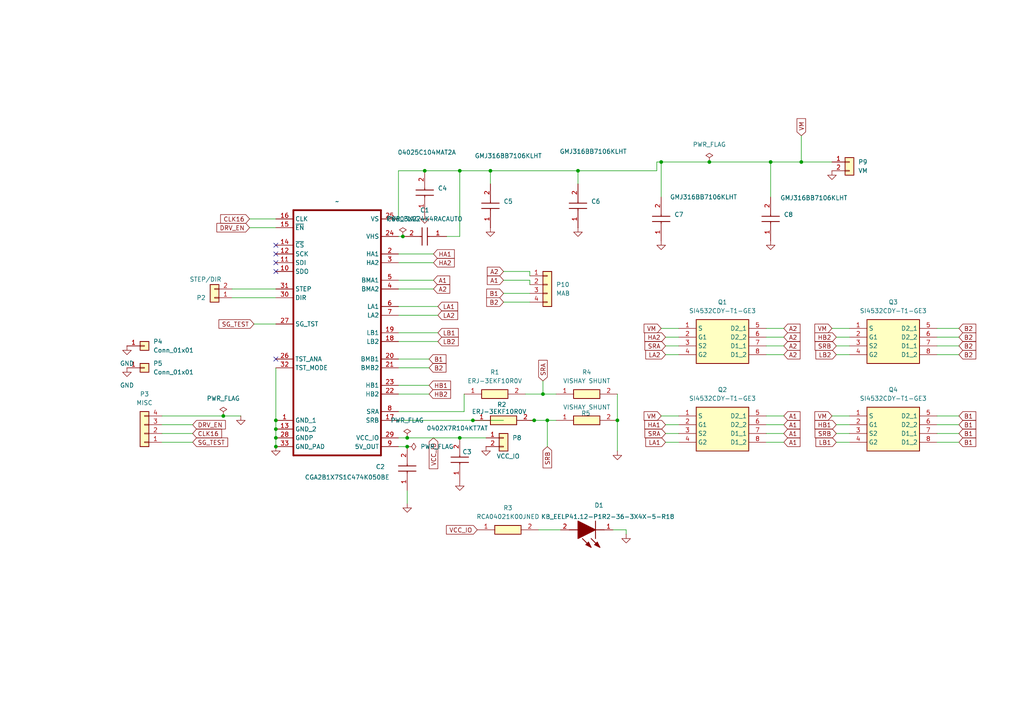
<source format=kicad_sch>
(kicad_sch (version 20231120) (generator "eeschema") (generator_version "8.0")
  (paper "A4")
  (lib_symbols
    (symbol "04025C104MAT2A:04025C104MAT2A" (pin_names hide)
      (property "Reference" "C" (at 8.89 6.35 0))
      (property "Value" "04025C104MAT2A" (at 8.89 3.81 0))
      (symbol "04025C104MAT2A_1_1"
        (polyline (pts (xy 5.08 0) (xy 5.588 0)) (stroke (width 0.254)))
        (polyline (pts (xy 5.588 2.54) (xy 5.588 -2.54)) (stroke (width 0.254)))
        (polyline (pts (xy 7.112 0) (xy 7.62 0)) (stroke (width 0.254)))
        (polyline (pts (xy 7.112 2.54) (xy 7.112 -2.54)) (stroke (width 0.254)))
        (pin passive line (at 0 0 0) (length 5.08) (name "1") (number "1"))
        (pin passive line (at 12.7 0 180) (length 5.08) (name "2") (number "2"))
      )
    )
    (symbol "0402X7R104KT7AT:0402X7R104KT7AT" (pin_names hide)
      (property "Reference" "C" (at 8.89 6.35 0))
      (property "Value" "0402X7R104KT7AT" (at 8.89 3.81 0))
      (symbol "0402X7R104KT7AT_1_1"
        (polyline (pts (xy 5.08 0) (xy 5.588 0)) (stroke (width 0.254)))
        (polyline (pts (xy 5.588 2.54) (xy 5.588 -2.54)) (stroke (width 0.254)))
        (polyline (pts (xy 7.112 0) (xy 7.62 0)) (stroke (width 0.254)))
        (polyline (pts (xy 7.112 2.54) (xy 7.112 -2.54)) (stroke (width 0.254)))
        (pin passive line (at 0 0 0) (length 5.08) (name "1") (number "1"))
        (pin passive line (at 12.7 0 180) (length 5.08) (name "2") (number "2"))
      )
    )
    (symbol "C0603X224K4RACAUTO:C0603X224K4RACAUTO" (pin_names hide)
      (property "Reference" "C" (at 8.89 6.35 0))
      (property "Value" "C0603X224K4RACAUTO" (at 8.89 3.81 0))
      (symbol "C0603X224K4RACAUTO_1_1"
        (polyline (pts (xy 5.08 0) (xy 5.588 0)) (stroke (width 0.254)))
        (polyline (pts (xy 5.588 2.54) (xy 5.588 -2.54)) (stroke (width 0.254)))
        (polyline (pts (xy 7.112 0) (xy 7.62 0)) (stroke (width 0.254)))
        (polyline (pts (xy 7.112 2.54) (xy 7.112 -2.54)) (stroke (width 0.254)))
        (pin passive line (at 0 0 0) (length 5.08) (name "1") (number "1"))
        (pin passive line (at 12.7 0 180) (length 5.08) (name "2") (number "2"))
      )
    )
    (symbol "CGA2B1X7S1C474K050BE:CGA2B1X7S1C474K050BE" (pin_names hide)
      (property "Reference" "C" (at 8.89 6.35 0))
      (property "Value" "CGA2B1X7S1C474K050BE" (at 8.89 3.81 0))
      (symbol "CGA2B1X7S1C474K050BE_1_1"
        (polyline (pts (xy 5.08 0) (xy 5.588 0)) (stroke (width 0.254)))
        (polyline (pts (xy 5.588 2.54) (xy 5.588 -2.54)) (stroke (width 0.254)))
        (polyline (pts (xy 7.112 0) (xy 7.62 0)) (stroke (width 0.254)))
        (polyline (pts (xy 7.112 2.54) (xy 7.112 -2.54)) (stroke (width 0.254)))
        (pin passive line (at 0 0 0) (length 5.08) (name "1") (number "1"))
        (pin passive line (at 12.7 0 180) (length 5.08) (name "2") (number "2"))
      )
    )
    (symbol "Connector_Generic:Conn_01x01" (pin_names (offset 1.016) hide)
      (property "Reference" "J" (at 0 2.54 0))
      (property "Value" "Conn_01x01" (at 0 -2.54 0))
      (symbol "Conn_01x01_1_1"
        (rectangle (start -1.27 0.127) (end 0 -0.127) (stroke (width 0.1524)))
        (rectangle (start -1.27 1.27) (end 1.27 -1.27) (stroke (width 0.254)) (fill (type background)))
        (pin passive line (at -5.08 0 0) (length 3.81) (name "Pin_1") (number "1"))
      )
    )
    (symbol "Connector_Generic:Conn_01x02" (pin_names (offset 1.016) hide)
      (property "Reference" "J" (at 0 2.54 0))
      (property "Value" "Conn_01x02" (at 0 -5.08 0))
      (symbol "Conn_01x02_1_1"
        (rectangle (start -1.27 -2.413) (end 0 -2.667) (stroke (width 0.1524)))
        (rectangle (start -1.27 0.127) (end 0 -0.127) (stroke (width 0.1524)))
        (rectangle (start -1.27 1.27) (end 1.27 -3.81) (stroke (width 0.254)) (fill (type background)))
        (pin passive line (at -5.08 0 0) (length 3.81) (name "Pin_1") (number "1"))
        (pin passive line (at -5.08 -2.54 0) (length 3.81) (name "Pin_2") (number "2"))
      )
    )
    (symbol "Connector_Generic:Conn_01x04" (pin_names (offset 1.016) hide)
      (property "Reference" "J" (at 0 5.08 0))
      (property "Value" "Conn_01x04" (at 0 -7.62 0))
      (symbol "Conn_01x04_1_1"
        (rectangle (start -1.27 -4.953) (end 0 -5.207) (stroke (width 0.1524)))
        (rectangle (start -1.27 -2.413) (end 0 -2.667) (stroke (width 0.1524)))
        (rectangle (start -1.27 0.127) (end 0 -0.127) (stroke (width 0.1524)))
        (rectangle (start -1.27 2.667) (end 0 2.413) (stroke (width 0.1524)))
        (rectangle (start -1.27 3.81) (end 1.27 -6.35) (stroke (width 0.254)) (fill (type background)))
        (pin passive line (at -5.08 2.54 0) (length 3.81) (name "Pin_1") (number "1"))
        (pin passive line (at -5.08 0 0) (length 3.81) (name "Pin_2") (number "2"))
        (pin passive line (at -5.08 -2.54 0) (length 3.81) (name "Pin_3") (number "3"))
        (pin passive line (at -5.08 -5.08 0) (length 3.81) (name "Pin_4") (number "4"))
      )
    )
    (symbol "GMJ316BB7106KLHT:GMJ316BB7106KLHT" (pin_names hide)
      (property "Reference" "C" (at 8.89 6.35 0))
      (property "Value" "GMJ316BB7106KLHT" (at 8.89 3.81 0))
      (symbol "GMJ316BB7106KLHT_1_1"
        (polyline (pts (xy 5.08 0) (xy 5.588 0)) (stroke (width 0.254)))
        (polyline (pts (xy 5.588 2.54) (xy 5.588 -2.54)) (stroke (width 0.254)))
        (polyline (pts (xy 7.112 0) (xy 7.62 0)) (stroke (width 0.254)))
        (polyline (pts (xy 7.112 2.54) (xy 7.112 -2.54)) (stroke (width 0.254)))
        (pin passive line (at 0 0 0) (length 5.08) (name "1") (number "1"))
        (pin passive line (at 12.7 0 180) (length 5.08) (name "2") (number "2"))
      )
    )
    (symbol "KB_EELP41_12-P1R2-36-3X4X-5-R1:KB_EELP41.12-P1R2-36-3X4X-5-R18" (pin_names hide)
      (property "Reference" "LED" (at 12.7 8.89 0))
      (property "Value" "KB_EELP41.12-P1R2-36-3X4X-5-R18" (at 12.7 6.35 0))
      (symbol "KB_EELP41.12-P1R2-36-3X4X-5-R18_1_1"
        (polyline (pts (xy 2.54 0) (xy 5.08 0)) (stroke (width 0.254)))
        (polyline (pts (xy 5.08 2.54) (xy 5.08 -2.54)) (stroke (width 0.254)))
        (polyline (pts (xy 6.35 2.54) (xy 3.81 5.08)) (stroke (width 0.254)))
        (polyline (pts (xy 8.89 2.54) (xy 6.35 5.08)) (stroke (width 0.254)))
        (polyline (pts (xy 10.16 0) (xy 12.7 0)) (stroke (width 0.254)))
        (polyline (pts (xy 5.08 0) (xy 10.16 2.54) (xy 10.16 -2.54) (xy 5.08 0)) (stroke (width 0.254)) (fill (type outline)))
        (polyline (pts (xy 5.334 4.318) (xy 4.572 3.556) (xy 3.81 5.08) (xy 5.334 4.318)) (stroke (width 0.254)) (fill (type outline)))
        (polyline (pts (xy 7.874 4.318) (xy 7.112 3.556) (xy 6.35 5.08) (xy 7.874 4.318)) (stroke (width 0.254)) (fill (type outline)))
        (pin passive line (at 0 0 0) (length 2.54) (name "K") (number "1"))
        (pin passive line (at 15.24 0 180) (length 2.54) (name "A") (number "2"))
      )
    )
    (symbol "MOSFET_library:SI4532CDY-T1-GE3"
      (property "Reference" "Q" (at 21.59 7.62 0))
      (property "Value" "SI4532CDY-T1-GE3" (at 21.59 5.08 0))
      (symbol "SI4532CDY-T1-GE3_1_1"
        (rectangle (start 5.08 2.54) (end 20.32 -10.16) (stroke (width 0.254)) (fill (type background)))
        (pin passive line (at 0 0 0) (length 5.08) (name "S") (number "1"))
        (pin passive line (at 0 -2.54 0) (length 5.08) (name "G1") (number "2"))
        (pin passive line (at 0 -5.08 0) (length 5.08) (name "S2") (number "3"))
        (pin passive line (at 0 -7.62 0) (length 5.08) (name "G2") (number "4"))
        (pin passive line (at 25.4 0 180) (length 5.08) (name "D2_1") (number "5"))
        (pin passive line (at 25.4 -2.54 180) (length 5.08) (name "D2_2") (number "6"))
        (pin passive line (at 25.4 -5.08 180) (length 5.08) (name "D1_1") (number "7"))
        (pin passive line (at 25.4 -7.62 180) (length 5.08) (name "D1_2") (number "8"))
      )
    )
    (symbol "RCA04021K00JNED:RCA04021K00JNED" (pin_names hide)
      (property "Reference" "R" (at 13.97 6.35 0))
      (property "Value" "RCA04021K00JNED" (at 13.97 3.81 0))
      (symbol "RCA04021K00JNED_1_1"
        (rectangle (start 5.08 1.27) (end 12.7 -1.27) (stroke (width 0.254)) (fill (type background)))
        (pin passive line (at 0 0 0) (length 5.08) (name "1") (number "1"))
        (pin passive line (at 17.78 0 180) (length 5.08) (name "2") (number "2"))
      )
    )
    (symbol "TMC262-LA:TMC262-LA"
      (property "Reference" "IC" (at 17.78 3.81 0))
      (symbol "TMC262-LA_1_0"
        (polyline (pts (xy 5.08 -68.58) (xy 30.48 -68.58)) (stroke (width 0.51)))
        (polyline (pts (xy 5.08 2.54) (xy 5.08 -68.58)) (stroke (width 0.51)))
        (polyline (pts (xy 30.48 -68.58) (xy 30.48 2.54)) (stroke (width 0.51)))
        (polyline (pts (xy 30.48 2.54) (xy 5.08 2.54)) (stroke (width 0.51)))
        (pin power_in line (at 0 -58.42 0) (length 5.08) (name "GND_1") (number "1"))
        (pin output line (at 0 -15.24 0) (length 5.08) (name "SDO") (number "10"))
        (pin input line (at 0 -12.7 0) (length 5.08) (name "SDI") (number "11"))
        (pin input line (at 0 -10.16 0) (length 5.08) (name "SCK") (number "12"))
        (pin power_in line (at 0 -60.96 0) (length 5.08) (name "GND_2") (number "13"))
        (pin input line (at 0 -7.62 0) (length 5.08) (name "~{CS}") (number "14"))
        (pin input line (at 0 -2.54 0) (length 5.08) (name "~{EN}") (number "15"))
        (pin input line (at 0 0 0) (length 5.08) (name "CLK") (number "16"))
        (pin input line (at 35.56 -58.42 180) (length 5.08) (name "SRB") (number "17"))
        (pin output line (at 35.56 -35.56 180) (length 5.08) (name "LB2") (number "18"))
        (pin output line (at 35.56 -33.02 180) (length 5.08) (name "LB1") (number "19"))
        (pin output line (at 35.56 -10.16 180) (length 5.08) (name "HA1") (number "2"))
        (pin input line (at 35.56 -40.64 180) (length 5.08) (name "BMB1") (number "20"))
        (pin input line (at 35.56 -43.18 180) (length 5.08) (name "BMB2") (number "21"))
        (pin output line (at 35.56 -50.8 180) (length 5.08) (name "HB2") (number "22"))
        (pin output line (at 35.56 -48.26 180) (length 5.08) (name "HB1") (number "23"))
        (pin power_in line (at 35.56 -5.08 180) (length 5.08) (name "VHS") (number "24"))
        (pin power_in line (at 35.56 0 180) (length 5.08) (name "VS") (number "25"))
        (pin output line (at 0 -40.64 0) (length 5.08) (name "TST_ANA") (number "26"))
        (pin output line (at 0 -30.48 0) (length 5.08) (name "SG_TST") (number "27"))
        (pin power_in line (at 0 -63.5 0) (length 5.08) (name "GNDP") (number "28"))
        (pin power_in line (at 35.56 -63.5 180) (length 5.08) (name "VCC_IO") (number "29"))
        (pin output line (at 35.56 -12.7 180) (length 5.08) (name "HA2") (number "3"))
        (pin input line (at 0 -22.86 0) (length 5.08) (name "DIR") (number "30"))
        (pin input line (at 0 -20.32 0) (length 5.08) (name "STEP") (number "31"))
        (pin input line (at 0 -43.18 0) (length 5.08) (name "TST_MODE") (number "32"))
        (pin power_in line (at 0 -66.04 0) (length 5.08) (name "GND_PAD") (number "33"))
        (pin input line (at 35.56 -20.32 180) (length 5.08) (name "BMA2") (number "4"))
        (pin input line (at 35.56 -17.78 180) (length 5.08) (name "BMA1") (number "5"))
        (pin output line (at 35.56 -25.4 180) (length 5.08) (name "LA1") (number "6"))
        (pin output line (at 35.56 -27.94 180) (length 5.08) (name "LA2") (number "7"))
        (pin input line (at 35.56 -55.88 180) (length 5.08) (name "SRA") (number "8"))
        (pin power_in line (at 35.56 -66.04 180) (length 5.08) (name "5V_OUT") (number "9"))
      )
    )
    (symbol "WFMB2010R0750FEA:WFMB2010R0750FEA" (pin_names hide)
      (property "Reference" "R" (at 13.97 6.35 0))
      (property "Value" "WFMB2010R0750FEA" (at 13.97 3.81 0))
      (symbol "WFMB2010R0750FEA_1_1"
        (rectangle (start 5.08 1.27) (end 12.7 -1.27) (stroke (width 0.254)) (fill (type background)))
        (pin passive line (at 0 0 0) (length 5.08) (name "1") (number "1"))
        (pin passive line (at 17.78 0 180) (length 5.08) (name "2") (number "2"))
      )
    )
    (symbol "WSR2R0500FEA:WSR2R0500FEA" (pin_names hide)
      (property "Reference" "R" (at 13.97 6.35 0))
      (property "Value" "WSR2R0500FEA" (at 13.97 3.81 0))
      (symbol "WSR2R0500FEA_1_1"
        (rectangle (start 5.08 1.27) (end 12.7 -1.27) (stroke (width 0.254)) (fill (type background)))
        (pin passive line (at 0 0 0) (length 5.08) (name "1") (number "1"))
        (pin passive line (at 17.78 0 180) (length 5.08) (name "2") (number "2"))
      )
    )
    (symbol "power:GND" (power) (pin_numbers hide) (pin_names (offset 0) hide)
      (property "Value" "GND" (at 0 -3.81 0))
      (symbol "GND_0_1"
        (polyline (pts (xy 0 0) (xy 0 -1.27) (xy 1.27 -1.27) (xy 0 -2.54) (xy -1.27 -1.27) (xy 0 -1.27)))
      )
      (symbol "GND_1_1"
        (pin power_in line (at 0 0 270) (length 0) (name "~") (number "1"))
      )
    )
    (symbol "power:PWR_FLAG" (power) (pin_numbers hide) (pin_names (offset 0) hide)
      (property "Value" "PWR_FLAG" (at 0 3.81 0))
      (symbol "PWR_FLAG_0_0"
        (pin power_out line (at 0 0 90) (length 0) (name "~") (number "1"))
      )
      (symbol "PWR_FLAG_0_1"
        (polyline (pts (xy 0 0) (xy 0 1.27) (xy -1.016 1.905) (xy 0 2.54) (xy 1.016 1.905) (xy 0 1.27)))
      )
    )
  )
  (junction (at 158.75 121.92))
  (junction (at 80.01 124.46))
  (junction (at 232.41 46.99))
  (junction (at 154.94 121.92))
  (junction (at 179.07 121.92))
  (junction (at 116.84 68.58))
  (junction (at 205.74 46.99))
  (junction (at 157.48 114.3))
  (junction (at 223.52 46.99))
  (junction (at 80.01 127))
  (junction (at 191.77 46.99))
  (junction (at 80.01 121.92))
  (junction (at 118.11 129.54))
  (junction (at 80.01 129.54))
  (junction (at 123.19 49.53))
  (junction (at 118.11 127))
  (junction (at 64.77 120.65))
  (junction (at 167.64 49.53))
  (junction (at 137.16 121.92))
  (junction (at 133.35 49.53))
  (junction (at 142.24 49.53))
  (junction (at 133.35 127))
  (no_connect (at 80.01 78.74))
  (no_connect (at 80.01 73.66))
  (no_connect (at 80.01 71.12))
  (no_connect (at 80.01 104.14))
  (no_connect (at 80.01 76.2))
  (wire (pts (xy 241.3 120.65) (xy 246.38 120.65)))
  (wire (pts (xy 115.57 127) (xy 118.11 127)))
  (wire (pts (xy 246.38 123.19) (xy 242.57 123.19)))
  (wire (pts (xy 115.57 49.53) (xy 123.19 49.53)))
  (wire (pts (xy 278.13 123.19) (xy 271.78 123.19)))
  (wire (pts (xy 278.13 125.73) (xy 271.78 125.73)))
  (wire (pts (xy 80.01 121.92) (xy 80.01 124.46)))
  (wire (pts (xy 73.66 93.98) (xy 80.01 93.98)))
  (wire (pts (xy 115.57 104.14) (xy 124.46 104.14)))
  (wire (pts (xy 146.05 81.28) (xy 153.67 81.28)))
  (wire (pts (xy 193.04 125.73) (xy 196.85 125.73)))
  (wire (pts (xy 246.38 97.79) (xy 242.57 97.79)))
  (wire (pts (xy 222.25 120.65) (xy 227.33 120.65)))
  (wire (pts (xy 133.35 127) (xy 140.97 127)))
  (wire (pts (xy 196.85 102.87) (xy 193.04 102.87)))
  (wire (pts (xy 246.38 100.33) (xy 242.57 100.33)))
  (wire (pts (xy 190.5 46.99) (xy 190.5 49.53)))
  (wire (pts (xy 167.64 49.53) (xy 190.5 49.53)))
  (wire (pts (xy 278.13 102.87) (xy 271.78 102.87)))
  (wire (pts (xy 133.35 49.53) (xy 142.24 49.53)))
  (wire (pts (xy 222.25 125.73) (xy 227.33 125.73)))
  (wire (pts (xy 222.25 128.27) (xy 227.33 128.27)))
  (wire (pts (xy 191.77 120.65) (xy 196.85 120.65)))
  (wire (pts (xy 246.38 125.73) (xy 242.57 125.73)))
  (wire (pts (xy 179.07 114.3) (xy 179.07 121.92)))
  (wire (pts (xy 115.57 63.5) (xy 115.57 49.53)))
  (wire (pts (xy 46.99 125.73) (xy 55.88 125.73)))
  (wire (pts (xy 67.31 83.82) (xy 80.01 83.82)))
  (wire (pts (xy 167.64 49.53) (xy 167.64 53.34)))
  (wire (pts (xy 191.77 46.99) (xy 191.77 57.15)))
  (wire (pts (xy 181.61 153.67) (xy 181.61 154.94)))
  (wire (pts (xy 222.25 95.25) (xy 227.33 95.25)))
  (wire (pts (xy 158.75 121.92) (xy 158.75 129.54)))
  (wire (pts (xy 193.04 100.33) (xy 196.85 100.33)))
  (wire (pts (xy 154.94 121.92) (xy 153.67 121.92)))
  (wire (pts (xy 46.99 123.19) (xy 55.88 123.19)))
  (wire (pts (xy 142.24 49.53) (xy 142.24 53.34)))
  (wire (pts (xy 222.25 102.87) (xy 227.33 102.87)))
  (wire (pts (xy 115.57 76.2) (xy 125.73 76.2)))
  (wire (pts (xy 191.77 46.99) (xy 205.74 46.99)))
  (wire (pts (xy 222.25 97.79) (xy 227.33 97.79)))
  (wire (pts (xy 232.41 46.99) (xy 223.52 46.99)))
  (wire (pts (xy 115.57 129.54) (xy 118.11 129.54)))
  (wire (pts (xy 191.77 95.25) (xy 196.85 95.25)))
  (wire (pts (xy 118.11 127) (xy 133.35 127)))
  (wire (pts (xy 278.13 97.79) (xy 271.78 97.79)))
  (wire (pts (xy 80.01 127) (xy 80.01 129.54)))
  (wire (pts (xy 116.84 68.58) (xy 115.57 68.58)))
  (wire (pts (xy 158.75 121.92) (xy 154.94 121.92)))
  (wire (pts (xy 72.39 63.5) (xy 80.01 63.5)))
  (wire (pts (xy 156.21 153.67) (xy 162.56 153.67)))
  (wire (pts (xy 115.57 99.06) (xy 127 99.06)))
  (wire (pts (xy 115.57 106.68) (xy 124.46 106.68)))
  (wire (pts (xy 246.38 128.27) (xy 242.57 128.27)))
  (wire (pts (xy 153.67 81.28) (xy 153.67 82.55)))
  (wire (pts (xy 115.57 83.82) (xy 125.73 83.82)))
  (wire (pts (xy 241.3 46.99) (xy 232.41 46.99)))
  (wire (pts (xy 129.54 68.58) (xy 133.35 68.58)))
  (wire (pts (xy 115.57 88.9) (xy 127 88.9)))
  (wire (pts (xy 278.13 95.25) (xy 271.78 95.25)))
  (wire (pts (xy 222.25 100.33) (xy 227.33 100.33)))
  (wire (pts (xy 115.57 81.28) (xy 125.73 81.28)))
  (wire (pts (xy 72.39 66.04) (xy 80.01 66.04)))
  (wire (pts (xy 157.48 110.49) (xy 157.48 114.3)))
  (wire (pts (xy 133.35 49.53) (xy 133.35 68.58)))
  (wire (pts (xy 134.62 114.3) (xy 134.62 119.38)))
  (wire (pts (xy 115.57 119.38) (xy 134.62 119.38)))
  (wire (pts (xy 196.85 128.27) (xy 193.04 128.27)))
  (wire (pts (xy 246.38 102.87) (xy 242.57 102.87)))
  (wire (pts (xy 115.57 111.76) (xy 124.46 111.76)))
  (wire (pts (xy 191.77 46.99) (xy 190.5 46.99)))
  (wire (pts (xy 177.8 153.67) (xy 181.61 153.67)))
  (wire (pts (xy 142.24 49.53) (xy 167.64 49.53)))
  (wire (pts (xy 161.29 114.3) (xy 157.48 114.3)))
  (wire (pts (xy 64.77 120.65) (xy 69.85 120.65)))
  (wire (pts (xy 46.99 120.65) (xy 64.77 120.65)))
  (wire (pts (xy 115.57 96.52) (xy 127 96.52)))
  (wire (pts (xy 278.13 120.65) (xy 271.78 120.65)))
  (wire (pts (xy 146.05 85.09) (xy 153.67 85.09)))
  (wire (pts (xy 67.31 86.36) (xy 80.01 86.36)))
  (wire (pts (xy 115.57 114.3) (xy 124.46 114.3)))
  (wire (pts (xy 137.16 121.92) (xy 146.05 121.92)))
  (wire (pts (xy 278.13 100.33) (xy 271.78 100.33)))
  (wire (pts (xy 115.57 73.66) (xy 125.73 73.66)))
  (wire (pts (xy 158.75 121.92) (xy 161.29 121.92)))
  (wire (pts (xy 118.11 142.24) (xy 118.11 146.05)))
  (wire (pts (xy 223.52 46.99) (xy 223.52 57.15)))
  (wire (pts (xy 278.13 128.27) (xy 271.78 128.27)))
  (wire (pts (xy 205.74 46.99) (xy 223.52 46.99)))
  (wire (pts (xy 146.05 87.63) (xy 153.67 87.63)))
  (wire (pts (xy 115.57 121.92) (xy 137.16 121.92)))
  (wire (pts (xy 222.25 123.19) (xy 227.33 123.19)))
  (wire (pts (xy 241.3 95.25) (xy 246.38 95.25)))
  (wire (pts (xy 146.05 78.74) (xy 153.67 78.74)))
  (wire (pts (xy 80.01 106.68) (xy 80.01 121.92)))
  (wire (pts (xy 153.67 78.74) (xy 153.67 80.01)))
  (wire (pts (xy 196.85 97.79) (xy 193.04 97.79)))
  (wire (pts (xy 46.99 128.27) (xy 55.88 128.27)))
  (wire (pts (xy 157.48 114.3) (xy 152.4 114.3)))
  (wire (pts (xy 80.01 124.46) (xy 80.01 127)))
  (wire (pts (xy 232.41 39.37) (xy 232.41 46.99)))
  (wire (pts (xy 123.19 49.53) (xy 133.35 49.53)))
  (wire (pts (xy 179.07 121.92) (xy 179.07 130.81)))
  (wire (pts (xy 196.85 123.19) (xy 193.04 123.19)))
  (wire (pts (xy 115.57 91.44) (xy 127 91.44)))
  (global_label "SG_TEST" (shape input) (at 55.88 128.27 0) (property "Intersheetrefs" "${INTERSHEET_REFS}" (effects (hide yes))))
  (global_label "SRA" (shape input) (at 157.48 110.49 90) (property "Intersheetrefs" "${INTERSHEET_REFS}" (effects (hide yes))))
  (global_label "HB2" (shape input) (at 242.57 97.79 180) (property "Intersheetrefs" "${INTERSHEET_REFS}" (effects (hide yes))))
  (global_label "B1" (shape input) (at 278.13 125.73 0) (property "Intersheetrefs" "${INTERSHEET_REFS}" (effects (hide yes))))
  (global_label "B2" (shape input) (at 124.46 106.68 0) (property "Intersheetrefs" "${INTERSHEET_REFS}" (effects (hide yes))))
  (global_label "A2" (shape input) (at 227.33 100.33 0) (property "Intersheetrefs" "${INTERSHEET_REFS}" (effects (hide yes))))
  (global_label "LA1" (shape input) (at 127 88.9 0) (property "Intersheetrefs" "${INTERSHEET_REFS}" (effects (hide yes))))
  (global_label "B1" (shape input) (at 124.46 104.14 0) (property "Intersheetrefs" "${INTERSHEET_REFS}" (effects (hide yes))))
  (global_label "VCC_IO" (shape input) (at 138.43 153.67 180) (property "Intersheetrefs" "${INTERSHEET_REFS}" (effects (hide yes))))
  (global_label "A1" (shape input) (at 125.73 81.28 0) (property "Intersheetrefs" "${INTERSHEET_REFS}" (effects (hide yes))))
  (global_label "HA2" (shape input) (at 193.04 97.79 180) (property "Intersheetrefs" "${INTERSHEET_REFS}" (effects (hide yes))))
  (global_label "HA1" (shape input) (at 193.04 123.19 180) (property "Intersheetrefs" "${INTERSHEET_REFS}" (effects (hide yes))))
  (global_label "VM" (shape input) (at 191.77 120.65 180) (property "Intersheetrefs" "${INTERSHEET_REFS}" (effects (hide yes))))
  (global_label "A2" (shape input) (at 125.73 83.82 0) (property "Intersheetrefs" "${INTERSHEET_REFS}" (effects (hide yes))))
  (global_label "VM" (shape input) (at 232.41 39.37 90) (property "Intersheetrefs" "${INTERSHEET_REFS}" (effects (hide yes))))
  (global_label "A1" (shape input) (at 227.33 123.19 0) (property "Intersheetrefs" "${INTERSHEET_REFS}" (effects (hide yes))))
  (global_label "LA2" (shape input) (at 193.04 102.87 180) (property "Intersheetrefs" "${INTERSHEET_REFS}" (effects (hide yes))))
  (global_label "LB1" (shape input) (at 127 96.52 0) (property "Intersheetrefs" "${INTERSHEET_REFS}" (effects (hide yes))))
  (global_label "B2" (shape input) (at 278.13 97.79 0) (property "Intersheetrefs" "${INTERSHEET_REFS}" (effects (hide yes))))
  (global_label "B2" (shape input) (at 278.13 100.33 0) (property "Intersheetrefs" "${INTERSHEET_REFS}" (effects (hide yes))))
  (global_label "DRV_EN" (shape input) (at 55.88 123.19 0) (property "Intersheetrefs" "${INTERSHEET_REFS}" (effects (hide yes))))
  (global_label "LA2" (shape input) (at 127 91.44 0) (property "Intersheetrefs" "${INTERSHEET_REFS}" (effects (hide yes))))
  (global_label "LB1" (shape input) (at 242.57 128.27 180) (property "Intersheetrefs" "${INTERSHEET_REFS}" (effects (hide yes))))
  (global_label "HB1" (shape input) (at 124.46 111.76 0) (property "Intersheetrefs" "${INTERSHEET_REFS}" (effects (hide yes))))
  (global_label "DRV_EN" (shape input) (at 72.39 66.04 180) (property "Intersheetrefs" "${INTERSHEET_REFS}" (effects (hide yes))))
  (global_label "B1" (shape input) (at 146.05 85.09 180) (property "Intersheetrefs" "${INTERSHEET_REFS}" (effects (hide yes))))
  (global_label "B1" (shape input) (at 278.13 128.27 0) (property "Intersheetrefs" "${INTERSHEET_REFS}" (effects (hide yes))))
  (global_label "A2" (shape input) (at 227.33 97.79 0) (property "Intersheetrefs" "${INTERSHEET_REFS}" (effects (hide yes))))
  (global_label "SRA" (shape input) (at 193.04 125.73 180) (property "Intersheetrefs" "${INTERSHEET_REFS}" (effects (hide yes))))
  (global_label "VM" (shape input) (at 241.3 95.25 180) (property "Intersheetrefs" "${INTERSHEET_REFS}" (effects (hide yes))))
  (global_label "B1" (shape input) (at 278.13 120.65 0) (property "Intersheetrefs" "${INTERSHEET_REFS}" (effects (hide yes))))
  (global_label "A1" (shape input) (at 227.33 125.73 0) (property "Intersheetrefs" "${INTERSHEET_REFS}" (effects (hide yes))))
  (global_label "HB2" (shape input) (at 124.46 114.3 0) (property "Intersheetrefs" "${INTERSHEET_REFS}" (effects (hide yes))))
  (global_label "SRB" (shape input) (at 242.57 100.33 180) (property "Intersheetrefs" "${INTERSHEET_REFS}" (effects (hide yes))))
  (global_label "B2" (shape input) (at 278.13 95.25 0) (property "Intersheetrefs" "${INTERSHEET_REFS}" (effects (hide yes))))
  (global_label "CLK16" (shape input) (at 72.39 63.5 180) (property "Intersheetrefs" "${INTERSHEET_REFS}" (effects (hide yes))))
  (global_label "B2" (shape input) (at 146.05 87.63 180) (property "Intersheetrefs" "${INTERSHEET_REFS}" (effects (hide yes))))
  (global_label "B2" (shape input) (at 278.13 102.87 0) (property "Intersheetrefs" "${INTERSHEET_REFS}" (effects (hide yes))))
  (global_label "HB1" (shape input) (at 242.57 123.19 180) (property "Intersheetrefs" "${INTERSHEET_REFS}" (effects (hide yes))))
  (global_label "LB2" (shape input) (at 242.57 102.87 180) (property "Intersheetrefs" "${INTERSHEET_REFS}" (effects (hide yes))))
  (global_label "SRB" (shape input) (at 158.75 129.54 270) (property "Intersheetrefs" "${INTERSHEET_REFS}" (effects (hide yes))))
  (global_label "LB2" (shape input) (at 127 99.06 0) (property "Intersheetrefs" "${INTERSHEET_REFS}" (effects (hide yes))))
  (global_label "B1" (shape input) (at 278.13 123.19 0) (property "Intersheetrefs" "${INTERSHEET_REFS}" (effects (hide yes))))
  (global_label "SRA" (shape input) (at 193.04 100.33 180) (property "Intersheetrefs" "${INTERSHEET_REFS}" (effects (hide yes))))
  (global_label "HA2" (shape input) (at 125.73 76.2 0) (property "Intersheetrefs" "${INTERSHEET_REFS}" (effects (hide yes))))
  (global_label "LA1" (shape input) (at 193.04 128.27 180) (property "Intersheetrefs" "${INTERSHEET_REFS}" (effects (hide yes))))
  (global_label "A1" (shape input) (at 146.05 81.28 180) (property "Intersheetrefs" "${INTERSHEET_REFS}" (effects (hide yes))))
  (global_label "SRB" (shape input) (at 242.57 125.73 180) (property "Intersheetrefs" "${INTERSHEET_REFS}" (effects (hide yes))))
  (global_label "VM" (shape input) (at 191.77 95.25 180) (property "Intersheetrefs" "${INTERSHEET_REFS}" (effects (hide yes))))
  (global_label "CLK16" (shape input) (at 55.88 125.73 0) (property "Intersheetrefs" "${INTERSHEET_REFS}" (effects (hide yes))))
  (global_label "A2" (shape input) (at 146.05 78.74 180) (property "Intersheetrefs" "${INTERSHEET_REFS}" (effects (hide yes))))
  (global_label "SG_TEST" (shape input) (at 73.66 93.98 180) (property "Intersheetrefs" "${INTERSHEET_REFS}" (effects (hide yes))))
  (global_label "A2" (shape input) (at 227.33 95.25 0) (property "Intersheetrefs" "${INTERSHEET_REFS}" (effects (hide yes))))
  (global_label "A1" (shape input) (at 227.33 120.65 0) (property "Intersheetrefs" "${INTERSHEET_REFS}" (effects (hide yes))))
  (global_label "A2" (shape input) (at 227.33 102.87 0) (property "Intersheetrefs" "${INTERSHEET_REFS}" (effects (hide yes))))
  (global_label "VCC_IO" (shape input) (at 125.73 127 270) (property "Intersheetrefs" "${INTERSHEET_REFS}" (effects (hide yes))))
  (global_label "VM" (shape input) (at 241.3 120.65 180) (property "Intersheetrefs" "${INTERSHEET_REFS}" (effects (hide yes))))
  (global_label "HA1" (shape input) (at 125.73 73.66 0) (property "Intersheetrefs" "${INTERSHEET_REFS}" (effects (hide yes))))
  (global_label "A1" (shape input) (at 227.33 128.27 0) (property "Intersheetrefs" "${INTERSHEET_REFS}" (effects (hide yes))))
  (symbol (lib_id "MOSFET_library:SI4532CDY-T1-GE3") (at 246.38 95.25 0) (unit 1)
    (property "Reference" "Q3" (at 259.08 87.63 0))
    (property "Value" "SI4532CDY-T1-GE3" (at 259.08 90.17 0))
    (property "Footprint" "SOT127P600X175-8N" (effects (hide yes)))
    (property "Datasheet" "http://www.vishay.com/docs/64805/si4532cd.pdf" (effects (hide yes)))
    (property "Description" "Vishay SI4532CDY-T1-GE3 Dual N/P-channel MOSFET Transistor, 8-Pin SOIC" (effects (hide yes)))
    (property "Height" "1.75" (effects (hide yes)))
    (property "Mouser Part Number" "781-SI4532CDY-GE3" (effects (hide yes)))
    (property "Mouser Price/Stock" "https://www.mouser.co.uk/ProductDetail/Vishay-Semiconductors/SI4532CDY-T1-GE3?qs=45wPT2wjtGnob1HAmZ9n7g%3D%3D" (effects (hide yes)))
    (property "Manufacturer_Name" "Vishay" (effects (hide yes)))
    (property "Manufacturer_Part_Number" "SI4532CDY-T1-GE3" (effects (hide yes)))
  )
  (symbol (lib_id "power:GND") (at 142.24 66.04 0) (unit 1)
    (property "Reference" "#PWR09" (effects (hide yes)))
    (property "Value" "GND" (effects (hide yes)))
    (property "Description" "Power symbol creates a global label with name \"GND\" , ground" (effects (hide yes)))
  )
  (symbol (lib_id "MOSFET_library:SI4532CDY-T1-GE3") (at 196.85 120.65 0) (unit 1)
    (property "Reference" "Q2" (at 209.55 113.03 0))
    (property "Value" "SI4532CDY-T1-GE3" (at 209.55 115.57 0))
    (property "Footprint" "SOT127P600X175-8N" (effects (hide yes)))
    (property "Datasheet" "http://www.vishay.com/docs/64805/si4532cd.pdf" (effects (hide yes)))
    (property "Description" "Vishay SI4532CDY-T1-GE3 Dual N/P-channel MOSFET Transistor, 8-Pin SOIC" (effects (hide yes)))
    (property "Height" "1.75" (effects (hide yes)))
    (property "Mouser Part Number" "781-SI4532CDY-GE3" (effects (hide yes)))
    (property "Mouser Price/Stock" "https://www.mouser.co.uk/ProductDetail/Vishay-Semiconductors/SI4532CDY-T1-GE3?qs=45wPT2wjtGnob1HAmZ9n7g%3D%3D" (effects (hide yes)))
    (property "Manufacturer_Name" "Vishay" (effects (hide yes)))
    (property "Manufacturer_Part_Number" "SI4532CDY-T1-GE3" (effects (hide yes)))
  )
  (symbol (lib_id "WFMB2010R0750FEA:WFMB2010R0750FEA") (at 161.29 121.92 0) (unit 1)
    (property "Reference" "R5" (at 169.926 119.888 0))
    (property "Value" "VISHAY SHUNT" (at 170.18 118.11 0))
    (property "Footprint" "Resistor_SMD:R_2512_6332Metric" (effects (hide yes)))
    (property "Datasheet" "https://datasheet.datasheetarchive.com/originals/distributors/Datasheets_SAMA/ca61f143e72def871d1e0aad69108011.pdf" (effects (hide yes)))
    (property "Description" "Vishay 0.075, 2010 (5025M) SMD Resistor +/-1% 2W - WFMB2010R0750FEA" (effects (hide yes)))
    (property "Height" "0.65" (effects (hide yes)))
    (property "Mouser Part Number" "71-WFMB2010R0750FEA" (effects (hide yes)))
    (property "Mouser Price/Stock" "https://www.mouser.co.uk/ProductDetail/Vishay/WFMB2010R0750FEA?qs=2WXlatMagcGsU%2F2ZtxxQZw%3D%3D" (effects (hide yes)))
    (property "Manufacturer_Name" "Vishay" (effects (hide yes)))
    (property "Manufacturer_Part_Number" "WFMB2010R0750FEA" (effects (hide yes)))
  )
  (symbol (lib_id "MOSFET_library:SI4532CDY-T1-GE3") (at 246.38 120.65 0) (unit 1)
    (property "Reference" "Q4" (at 259.08 113.03 0))
    (property "Value" "SI4532CDY-T1-GE3" (at 259.08 115.57 0))
    (property "Footprint" "SOT127P600X175-8N" (effects (hide yes)))
    (property "Datasheet" "http://www.vishay.com/docs/64805/si4532cd.pdf" (effects (hide yes)))
    (property "Description" "Vishay SI4532CDY-T1-GE3 Dual N/P-channel MOSFET Transistor, 8-Pin SOIC" (effects (hide yes)))
    (property "Height" "1.75" (effects (hide yes)))
    (property "Mouser Part Number" "781-SI4532CDY-GE3" (effects (hide yes)))
    (property "Mouser Price/Stock" "https://www.mouser.co.uk/ProductDetail/Vishay-Semiconductors/SI4532CDY-T1-GE3?qs=45wPT2wjtGnob1HAmZ9n7g%3D%3D" (effects (hide yes)))
    (property "Manufacturer_Name" "Vishay" (effects (hide yes)))
    (property "Manufacturer_Part_Number" "SI4532CDY-T1-GE3" (effects (hide yes)))
  )
  (symbol (lib_id "power:GND") (at 140.97 129.54 0) (unit 1)
    (property "Reference" "#PWR08" (effects (hide yes)))
    (property "Value" "GND" (effects (hide yes)))
    (property "Description" "Power symbol creates a global label with name \"GND\" , ground" (effects (hide yes)))
  )
  (symbol (lib_id "GMJ316BB7106KLHT:GMJ316BB7106KLHT") (at 223.52 69.85 90) (unit 1)
    (property "Reference" "C8" (at 227.33 62.2299 90) (effects (justify right)))
    (property "Value" "GMJ316BB7106KLHT" (at 226.314 57.404 90) (effects (justify right)))
    (property "Footprint" "Capacitor_SMD:C_1206_3216Metric" (effects (hide yes)))
    (property "Datasheet" "https://datasheet.datasheetarchive.com/originals/distributors/DKDS-37/730539.pdf" (effects (hide yes)))
    (property "Description" "Multilayer Ceramic Capacitors MLCC - SMD/SMT 10uF 35V X7R 10% 1206 Flx AEC-Q200" (effects (hide yes)))
    (property "Height" "1.25" (effects (hide yes)))
    (property "Mouser Part Number" "963-GMJ316BB7106KLHT" (effects (hide yes)))
    (property "Mouser Price/Stock" "https://www.mouser.co.uk/ProductDetail/Taiyo-Yuden/GMJ316BB7106KLHT?qs=6oMev5NRZMHsJBH%2FrXfPIA%3D%3D" (effects (hide yes)))
    (property "Manufacturer_Name" "TAIYO YUDEN" (effects (hide yes)))
    (property "Manufacturer_Part_Number" "GMJ316BB7106KLHT" (effects (hide yes)))
  )
  (symbol (lib_id "Connector_Generic:Conn_01x02") (at 62.23 86.36 180) (unit 1)
    (property "Reference" "P2" (at 59.69 86.3601 0) (effects (justify left)))
    (property "Value" "STEP/DIR" (at 64.262 81.026 0) (effects (justify left)))
    (property "Footprint" "Connector_PinHeader_2.54mm:PinHeader_1x02_P2.54mm_Vertical" (effects (hide yes)))
    (property "Description" "Generic connector, single row, 01x02, script generated (kicad-library-utils/schlib/autogen/connector/)" (effects (hide yes)))
  )
  (symbol (lib_id "power:GND") (at 69.85 120.65 0) (unit 1)
    (property "Reference" "#PWR03" (effects (hide yes)))
    (property "Value" "GND" (effects (hide yes)))
    (property "Description" "Power symbol creates a global label with name \"GND\" , ground" (effects (hide yes)))
  )
  (symbol (lib_id "power:PWR_FLAG") (at 118.11 127 0) (unit 1)
    (property "Reference" "#FLG03" (effects (hide yes)))
    (property "Value" "PWR_FLAG" (at 118.11 121.92 0))
    (property "Description" "Special symbol for telling ERC where power comes from" (effects (hide yes)))
  )
  (symbol (lib_id "GMJ316BB7106KLHT:GMJ316BB7106KLHT") (at 167.64 66.04 90) (unit 1)
    (property "Reference" "C6" (at 171.45 58.4199 90) (effects (justify right)))
    (property "Value" "GMJ316BB7106KLHT" (at 162.306 43.942 90) (effects (justify right)))
    (property "Footprint" "Capacitor_SMD:C_1206_3216Metric" (effects (hide yes)))
    (property "Datasheet" "https://datasheet.datasheetarchive.com/originals/distributors/DKDS-37/730539.pdf" (effects (hide yes)))
    (property "Description" "Multilayer Ceramic Capacitors MLCC - SMD/SMT 10uF 35V X7R 10% 1206 Flx AEC-Q200" (effects (hide yes)))
    (property "Height" "1.25" (effects (hide yes)))
    (property "Mouser Part Number" "963-GMJ316BB7106KLHT" (effects (hide yes)))
    (property "Mouser Price/Stock" "https://www.mouser.co.uk/ProductDetail/Taiyo-Yuden/GMJ316BB7106KLHT?qs=6oMev5NRZMHsJBH%2FrXfPIA%3D%3D" (effects (hide yes)))
    (property "Manufacturer_Name" "TAIYO YUDEN" (effects (hide yes)))
    (property "Manufacturer_Part_Number" "GMJ316BB7106KLHT" (effects (hide yes)))
  )
  (symbol (lib_id "Connector_Generic:Conn_01x01") (at 41.91 106.68 0) (unit 1)
    (property "Reference" "P5" (at 44.45 105.4099 0) (effects (justify left)))
    (property "Value" "Conn_01x01" (at 44.45 107.9499 0) (effects (justify left)))
    (property "Footprint" "Connector_PinHeader_2.54mm:PinHeader_1x01_P2.54mm_Vertical" (effects (hide yes)))
    (property "Description" "Generic connector, single row, 01x01, script generated (kicad-library-utils/schlib/autogen/connector/)" (effects (hide yes)))
  )
  (symbol (lib_id "04025C104MAT2A:04025C104MAT2A") (at 123.19 62.23 90) (unit 1)
    (property "Reference" "C4" (at 127 54.6099 90) (effects (justify right)))
    (property "Value" "04025C104MAT2A" (at 115.316 44.196 90) (effects (justify right)))
    (property "Footprint" "Capacitor_SMD:C_0402_1005Metric" (effects (hide yes)))
    (property "Description" "Multilayer Ceramic Capacitors MLCC - SMD/SMT 35V 1uF, X5R 0603 10%" (effects (hide yes)))
    (property "Height" "0.56" (effects (hide yes)))
    (property "Mouser Part Number" "581-04025C104MAT2A" (effects (hide yes)))
    (property "Mouser Price/Stock" "https://www.mouser.co.uk/ProductDetail/KYOCERA-AVX/04025C104MAT2A?qs=ZBeOGGPQgEGQ0HX3nPVD%252Bg%3D%3D" (effects (hide yes)))
    (property "Manufacturer_Name" "Kyocera AVX" (effects (hide yes)))
    (property "Manufacturer_Part_Number" "04025C104MAT2A" (effects (hide yes)))
  )
  (symbol (lib_id "power:GND") (at 36.83 100.33 0) (unit 1)
    (property "Reference" "#PWR01" (effects (hide yes)))
    (property "Value" "GND" (at 36.83 105.41 0))
    (property "Description" "Power symbol creates a global label with name \"GND\" , ground" (effects (hide yes)))
  )
  (symbol (lib_id "power:GND") (at 80.01 129.54 0) (unit 1)
    (property "Reference" "#PWR04" (effects (hide yes)))
    (property "Value" "GND" (effects (hide yes)))
    (property "Description" "Power symbol creates a global label with name \"GND\" , ground" (effects (hide yes)))
  )
  (symbol (lib_id "power:PWR_FLAG") (at 205.74 46.99 0) (unit 1)
    (property "Reference" "#FLG05" (effects (hide yes)))
    (property "Value" "PWR_FLAG" (at 205.74 41.91 0))
    (property "Description" "Special symbol for telling ERC where power comes from" (effects (hide yes)))
  )
  (symbol (lib_id "WSR2R0500FEA:WSR2R0500FEA") (at 137.16 121.92 0) (unit 1)
    (property "Reference" "R2" (at 145.542 117.348 0))
    (property "Value" "ERJ-3EKF10R0V" (at 144.78 119.38 0))
    (property "Footprint" "Resistor_SMD:R_0603_1608Metric" (effects (hide yes)))
    (property "Datasheet" "https://componentsearchengine.com/Datasheets/1/WSR2R0500FEA.pdf" (effects (hide yes)))
    (property "Description" "WSR2 SMD Resistor,2W,1%,R050 Vishay WSR2 Series Metal Strip Low Ohmic Surface Mount Resistor 4527 Case 50m +/-1% 2W +/-75ppm/C" (effects (hide yes)))
    (property "Height" "2.537" (effects (hide yes)))
    (property "Mouser Part Number" "71-WSR2R0500FEA" (effects (hide yes)))
    (property "Mouser Price/Stock" "https://www.mouser.com/Search/Refine.aspx?Keyword=71-WSR2R0500FEA" (effects (hide yes)))
    (property "Manufacturer_Name" "Vishay" (effects (hide yes)))
    (property "Manufacturer_Part_Number" "WSR2R0500FEA" (effects (hide yes)))
  )
  (symbol (lib_id "Connector_Generic:Conn_01x04") (at 41.91 125.73 180) (unit 1)
    (property "Reference" "P3" (at 41.91 114.3 0))
    (property "Value" "MISC" (at 41.91 116.84 0))
    (property "Footprint" "Connector_PinHeader_2.54mm:PinHeader_1x04_P2.54mm_Vertical" (effects (hide yes)))
    (property "Description" "Generic connector, single row, 01x04, script generated (kicad-library-utils/schlib/autogen/connector/)" (effects (hide yes)))
  )
  (symbol (lib_id "KB_EELP41_12-P1R2-36-3X4X-5-R1:KB_EELP41.12-P1R2-36-3X4X-5-R18") (at 177.8 153.67 180) (unit 1)
    (property "Reference" "D1" (at 173.736 146.558 0))
    (property "Value" "KB_EELP41.12-P1R2-36-3X4X-5-R18" (at 176.276 149.86 0))
    (property "Footprint" "LED_SMD:LED_0805_2012Metric" (effects (hide yes)))
    (property "Datasheet" "https://look.ams-osram.com/m/39e6c0644809f9ef/original/KB-EELP41-12.pdf" (effects (hide yes)))
    (property "Description" "LED, InGaN on Sapphire, Blue, SMD, 0603 [1608 Metric], 5 mA, 2.75 V, 474 nm" (effects (hide yes)))
    (property "Height" "0.5" (effects (hide yes)))
    (property "Mouser Part Number" "720-P4112P1R2363X4X5" (effects (hide yes)))
    (property "Mouser Price/Stock" "https://www.mouser.co.uk/ProductDetail/ams-OSRAM/KB-EELP41.12-P1R2-36-3X4X-5-R18?qs=ZcfC38r4PosE94aiRwY9DA%3D%3D" (effects (hide yes)))
    (property "Manufacturer_Name" "ams OSRAM" (effects (hide yes)))
    (property "Manufacturer_Part_Number" "KB EELP41.12-P1R2-36-3X4X-5-R18" (effects (hide yes)))
  )
  (symbol (lib_id "WSR2R0500FEA:WSR2R0500FEA") (at 134.62 114.3 0) (unit 1)
    (property "Reference" "R1" (at 143.51 107.95 0))
    (property "Value" "ERJ-3EKF10R0V" (at 143.51 110.49 0))
    (property "Footprint" "Resistor_SMD:R_0603_1608Metric" (effects (hide yes)))
    (property "Datasheet" "https://componentsearchengine.com/Datasheets/1/WSR2R0500FEA.pdf" (effects (hide yes)))
    (property "Description" "WSR2 SMD Resistor,2W,1%,R050 Vishay WSR2 Series Metal Strip Low Ohmic Surface Mount Resistor 4527 Case 50m +/-1% 2W +/-75ppm/C" (effects (hide yes)))
    (property "Height" "2.537" (effects (hide yes)))
    (property "Mouser Part Number" "71-WSR2R0500FEA" (effects (hide yes)))
    (property "Mouser Price/Stock" "https://www.mouser.com/Search/Refine.aspx?Keyword=71-WSR2R0500FEA" (effects (hide yes)))
    (property "Manufacturer_Name" "Vishay" (effects (hide yes)))
    (property "Manufacturer_Part_Number" "WSR2R0500FEA" (effects (hide yes)))
  )
  (symbol (lib_id "power:GND") (at 36.83 106.68 0) (unit 1)
    (property "Reference" "#PWR02" (effects (hide yes)))
    (property "Value" "GND" (at 36.83 111.76 0))
    (property "Description" "Power symbol creates a global label with name \"GND\" , ground" (effects (hide yes)))
  )
  (symbol (lib_id "power:PWR_FLAG") (at 118.11 129.54 270) (unit 1)
    (property "Reference" "#FLG04" (effects (hide yes)))
    (property "Value" "PWR_FLAG" (at 121.92 129.5399 90) (effects (justify left)))
    (property "Description" "Special symbol for telling ERC where power comes from" (effects (hide yes)))
  )
  (symbol (lib_id "Connector_Generic:Conn_01x04") (at 158.75 82.55 0) (unit 1)
    (property "Reference" "P10" (at 161.29 82.5499 0) (effects (justify left)))
    (property "Value" "MAB" (at 161.29 85.0899 0) (effects (justify left)))
    (property "Footprint" "Connector_PinHeader_2.54mm:PinHeader_1x04_P2.54mm_Vertical" (effects (hide yes)))
    (property "Description" "Generic connector, single row, 01x04, script generated (kicad-library-utils/schlib/autogen/connector/)" (effects (hide yes)))
  )
  (symbol (lib_id "power:GND") (at 123.19 62.23 0) (unit 1)
    (property "Reference" "#PWR06" (effects (hide yes)))
    (property "Value" "GND" (effects (hide yes)))
    (property "Description" "Power symbol creates a global label with name \"GND\" , ground" (effects (hide yes)))
  )
  (symbol (lib_id "power:PWR_FLAG") (at 116.84 68.58 0) (unit 1)
    (property "Reference" "#FLG02" (effects (hide yes)))
    (property "Value" "PWR_FLAG" (at 116.84 63.5 0))
    (property "Description" "Special symbol for telling ERC where power comes from" (effects (hide yes)))
  )
  (symbol (lib_id "power:GND") (at 167.64 66.04 0) (unit 1)
    (property "Reference" "#PWR010" (effects (hide yes)))
    (property "Value" "GND" (effects (hide yes)))
    (property "Description" "Power symbol creates a global label with name \"GND\" , ground" (effects (hide yes)))
  )
  (symbol (lib_id "TMC262-LA:TMC262-LA") (at 80.01 63.5 0) (unit 1)
    (property "Reference" "IC1" (effects (hide yes)))
    (property "Value" "~" (at 97.79 58.42 0) (effects (font (size 1.778 1.5113))))
    (property "Footprint" "Package_DFN_QFN:QFN-32-1EP_5x5mm_P0.5mm_EP3.3x3.3mm_ThermalVias" (effects (hide yes)))
    (property "Description" "Energy saving high resolution microstepping two phase stepper driver with Step/Dir, SPI, up to 60V, QFN32(5x5)" (effects (hide yes)))
  )
  (symbol (lib_id "power:GND") (at 179.07 130.81 0) (unit 1)
    (property "Reference" "#PWR011" (effects (hide yes)))
    (property "Value" "GND" (effects (hide yes)))
    (property "Description" "Power symbol creates a global label with name \"GND\" , ground" (effects (hide yes)))
  )
  (symbol (lib_id "C0603X224K4RACAUTO:C0603X224K4RACAUTO") (at 129.54 68.58 180) (unit 1)
    (property "Reference" "C1" (at 123.19 60.96 0))
    (property "Value" "C0603X224K4RACAUTO" (at 123.19 63.5 0))
    (property "Footprint" "Capacitor_SMD:C_0603_1608Metric" (effects (hide yes)))
    (property "Datasheet" "https://content.kemet.com/datasheets/KEM_C1078_X7R_FT-CAP_AUTO_SMD.pdf" (effects (hide yes)))
    (property "Description" "SMD Auto X7R Flex, Ceramic, 0.22 uF, 10%, 16 VDC, 40 VDC, 125C, -55C, X7R, SMD, MLCC, FT-CAP, Automotive Grade, 5 % , 2.2727 GOhms, 7.3 mg, 0603, 1.6mm, 0.8mm, 0.8mm, 0.58mm, 0.45mm, 4000, 78  Weeks, 80" (effects (hide yes)))
    (property "Height" "0.87" (effects (hide yes)))
    (property "Mouser Part Number" "80-C0603X224K4RAUTO" (effects (hide yes)))
    (property "Mouser Price/Stock" "https://www.mouser.co.uk/ProductDetail/KEMET/C0603X224K4RACAUTO?qs=i1BTgFBVgONZyNSwF3jKsg%3D%3D" (effects (hide yes)))
    (property "Manufacturer_Name" "KEMET" (effects (hide yes)))
    (property "Manufacturer_Part_Number" "C0603X224K4RACAUTO" (effects (hide yes)))
  )
  (symbol (lib_id "CGA2B1X7S1C474K050BE:CGA2B1X7S1C474K050BE") (at 118.11 142.24 90) (unit 1)
    (property "Reference" "C2" (at 108.966 135.382 90) (effects (justify right)))
    (property "Value" "CGA2B1X7S1C474K050BE" (at 88.392 138.43 90) (effects (justify right)))
    (property "Footprint" "Capacitor_SMD:C_0402_1005Metric" (effects (hide yes)))
    (property "Description" "Multilayer Ceramic Capacitors MLCC - SMD/SMT 0402 0.47uF 16volts X7S 10% Soft Term" (effects (hide yes)))
    (property "Height" "0.55" (effects (hide yes)))
    (property "Mouser Part Number" "810-CGA2B1X7S1C474KB" (effects (hide yes)))
    (property "Mouser Price/Stock" "https://www.mouser.co.uk/ProductDetail/TDK/CGA2B1X7S1C474K050BE?qs=nQSIdc08i%252BcGEyDh8LdwLg%3D%3D" (effects (hide yes)))
    (property "Manufacturer_Name" "TDK" (effects (hide yes)))
    (property "Manufacturer_Part_Number" "CGA2B1X7S1C474K050BE" (effects (hide yes)))
  )
  (symbol (lib_id "power:GND") (at 118.11 146.05 0) (unit 1)
    (property "Reference" "#PWR05" (effects (hide yes)))
    (property "Value" "GND" (effects (hide yes)))
    (property "Description" "Power symbol creates a global label with name \"GND\" , ground" (effects (hide yes)))
  )
  (symbol (lib_id "MOSFET_library:SI4532CDY-T1-GE3") (at 196.85 95.25 0) (unit 1)
    (property "Reference" "Q1" (at 209.55 87.63 0))
    (property "Value" "SI4532CDY-T1-GE3" (at 209.55 90.17 0))
    (property "Footprint" "SOT127P600X175-8N" (effects (hide yes)))
    (property "Datasheet" "http://www.vishay.com/docs/64805/si4532cd.pdf" (effects (hide yes)))
    (property "Description" "Vishay SI4532CDY-T1-GE3 Dual N/P-channel MOSFET Transistor, 8-Pin SOIC" (effects (hide yes)))
    (property "Height" "1.75" (effects (hide yes)))
    (property "Mouser Part Number" "781-SI4532CDY-GE3" (effects (hide yes)))
    (property "Mouser Price/Stock" "https://www.mouser.co.uk/ProductDetail/Vishay-Semiconductors/SI4532CDY-T1-GE3?qs=45wPT2wjtGnob1HAmZ9n7g%3D%3D" (effects (hide yes)))
    (property "Manufacturer_Name" "Vishay" (effects (hide yes)))
    (property "Manufacturer_Part_Number" "SI4532CDY-T1-GE3" (effects (hide yes)))
  )
  (symbol (lib_id "GMJ316BB7106KLHT:GMJ316BB7106KLHT") (at 191.77 69.85 90) (unit 1)
    (property "Reference" "C7" (at 195.58 62.2299 90) (effects (justify right)))
    (property "Value" "GMJ316BB7106KLHT" (at 194.31 57.15 90) (effects (justify right)))
    (property "Footprint" "Capacitor_SMD:C_1206_3216Metric" (effects (hide yes)))
    (property "Datasheet" "https://datasheet.datasheetarchive.com/originals/distributors/DKDS-37/730539.pdf" (effects (hide yes)))
    (property "Description" "Multilayer Ceramic Capacitors MLCC - SMD/SMT 10uF 35V X7R 10% 1206 Flx AEC-Q200" (effects (hide yes)))
    (property "Height" "1.25" (effects (hide yes)))
    (property "Mouser Part Number" "963-GMJ316BB7106KLHT" (effects (hide yes)))
    (property "Mouser Price/Stock" "https://www.mouser.co.uk/ProductDetail/Taiyo-Yuden/GMJ316BB7106KLHT?qs=6oMev5NRZMHsJBH%2FrXfPIA%3D%3D" (effects (hide yes)))
    (property "Manufacturer_Name" "TAIYO YUDEN" (effects (hide yes)))
    (property "Manufacturer_Part_Number" "GMJ316BB7106KLHT" (effects (hide yes)))
  )
  (symbol (lib_id "power:GND") (at 181.61 154.94 0) (unit 1)
    (property "Reference" "#PWR012" (effects (hide yes)))
    (property "Value" "GND" (effects (hide yes)))
    (property "Description" "Power symbol creates a global label with name \"GND\" , ground" (effects (hide yes)))
  )
  (symbol (lib_id "WFMB2010R0750FEA:WFMB2010R0750FEA") (at 161.29 114.3 0) (unit 1)
    (property "Reference" "R4" (at 170.18 107.95 0))
    (property "Value" "VISHAY SHUNT" (at 170.18 110.49 0))
    (property "Footprint" "Resistor_SMD:R_2512_6332Metric" (effects (hide yes)))
    (property "Datasheet" "https://datasheet.datasheetarchive.com/originals/distributors/Datasheets_SAMA/ca61f143e72def871d1e0aad69108011.pdf" (effects (hide yes)))
    (property "Description" "Vishay 0.075, 2010 (5025M) SMD Resistor +/-1% 2W - WFMB2010R0750FEA" (effects (hide yes)))
    (property "Height" "0.65" (effects (hide yes)))
    (property "Mouser Part Number" "71-WFMB2010R0750FEA" (effects (hide yes)))
    (property "Mouser Price/Stock" "https://www.mouser.co.uk/ProductDetail/Vishay/WFMB2010R0750FEA?qs=2WXlatMagcGsU%2F2ZtxxQZw%3D%3D" (effects (hide yes)))
    (property "Manufacturer_Name" "Vishay" (effects (hide yes)))
    (property "Manufacturer_Part_Number" "WFMB2010R0750FEA" (effects (hide yes)))
  )
  (symbol (lib_id "GMJ316BB7106KLHT:GMJ316BB7106KLHT") (at 142.24 66.04 90) (unit 1)
    (property "Reference" "C5" (at 146.05 58.4199 90) (effects (justify right)))
    (property "Value" "GMJ316BB7106KLHT" (at 137.668 45.212 90) (effects (justify right)))
    (property "Footprint" "Capacitor_SMD:C_1206_3216Metric" (effects (hide yes)))
    (property "Datasheet" "https://datasheet.datasheetarchive.com/originals/distributors/DKDS-37/730539.pdf" (effects (hide yes)))
    (property "Description" "Multilayer Ceramic Capacitors MLCC - SMD/SMT 10uF 35V X7R 10% 1206 Flx AEC-Q200" (effects (hide yes)))
    (property "Height" "1.25" (effects (hide yes)))
    (property "Mouser Part Number" "963-GMJ316BB7106KLHT" (effects (hide yes)))
    (property "Mouser Price/Stock" "https://www.mouser.co.uk/ProductDetail/Taiyo-Yuden/GMJ316BB7106KLHT?qs=6oMev5NRZMHsJBH%2FrXfPIA%3D%3D" (effects (hide yes)))
    (property "Manufacturer_Name" "TAIYO YUDEN" (effects (hide yes)))
    (property "Manufacturer_Part_Number" "GMJ316BB7106KLHT" (effects (hide yes)))
  )
  (symbol (lib_id "power:GND") (at 241.3 49.53 0) (unit 1)
    (property "Reference" "#PWR015" (effects (hide yes)))
    (property "Value" "GND" (effects (hide yes)))
    (property "Description" "Power symbol creates a global label with name \"GND\" , ground" (effects (hide yes)))
  )
  (symbol (lib_id "power:PWR_FLAG") (at 64.77 120.65 0) (unit 1)
    (property "Reference" "#FLG01" (effects (hide yes)))
    (property "Value" "PWR_FLAG" (at 64.77 115.57 0))
    (property "Description" "Special symbol for telling ERC where power comes from" (effects (hide yes)))
  )
  (symbol (lib_id "0402X7R104KT7AT:0402X7R104KT7AT") (at 133.35 139.7 90) (unit 1)
    (property "Reference" "C3" (at 134.112 131.064 90) (effects (justify right)))
    (property "Value" "0402X7R104KT7AT" (at 123.698 124.206 90) (effects (justify right)))
    (property "Footprint" "Capacitor_SMD:C_0402_1005Metric" (effects (hide yes)))
    (property "Datasheet" "https://www.mouser.es/datasheet/2/40/general_purpose-3169586.pdf" (effects (hide yes)))
    (property "Description" "Ceramic Capacitor, Multilayer, Ceramic, 16V, 10% +Tol, 10% -Tol, X7R, 15% TC, 0.1uF, Surface Mount, 0402" (effects (hide yes)))
    (property "Height" "0.61" (effects (hide yes)))
    (property "Mouser Part Number" "581-0402X7R104KT7AT" (effects (hide yes)))
    (property "Mouser Price/Stock" "https://www.mouser.co.uk/ProductDetail/KYOCERA-AVX/0402X7R104KT7AT?qs=DPoM0jnrROXD467pFR2ukA%3D%3D" (effects (hide yes)))
    (property "Manufacturer_Name" "Kyocera AVX" (effects (hide yes)))
    (property "Manufacturer_Part_Number" "0402X7R104KT7AT" (effects (hide yes)))
  )
  (symbol (lib_id "power:GND") (at 191.77 69.85 0) (unit 1)
    (property "Reference" "#PWR013" (effects (hide yes)))
    (property "Value" "GND" (effects (hide yes)))
    (property "Description" "Power symbol creates a global label with name \"GND\" , ground" (effects (hide yes)))
  )
  (symbol (lib_id "Connector_Generic:Conn_01x01") (at 41.91 100.33 0) (unit 1)
    (property "Reference" "P4" (at 44.45 99.0599 0) (effects (justify left)))
    (property "Value" "Conn_01x01" (at 44.45 101.5999 0) (effects (justify left)))
    (property "Footprint" "Connector_PinHeader_2.54mm:PinHeader_1x01_P2.54mm_Vertical" (effects (hide yes)))
    (property "Description" "Generic connector, single row, 01x01, script generated (kicad-library-utils/schlib/autogen/connector/)" (effects (hide yes)))
  )
  (symbol (lib_id "RCA04021K00JNED:RCA04021K00JNED") (at 138.43 153.67 0) (unit 1)
    (property "Reference" "R3" (at 147.32 147.32 0))
    (property "Value" "RCA04021K00JNED" (at 147.32 149.86 0))
    (property "Footprint" "Resistor_SMD:R_0402_1005Metric" (effects (hide yes)))
    (property "Datasheet" "https://www.vishay.com/docs/20037/rcae3.pdf" (effects (hide yes)))
    (property "Description" "Thick Film Resistors - SMD RCA0402 1K0 5% 200 ET7 e3" (effects (hide yes)))
    (property "Height" "0.4" (effects (hide yes)))
    (property "Mouser Part Number" "71-RCA04021K00JNED" (effects (hide yes)))
    (property "Mouser Price/Stock" "https://www.mouser.co.uk/ProductDetail/Vishay-Draloric/RCA04021K00JNED?qs=%2F1ulvxij7NGYIps%252BNngVLQ%3D%3D" (effects (hide yes)))
    (property "Manufacturer_Name" "Vishay" (effects (hide yes)))
    (property "Manufacturer_Part_Number" "RCA04021K00JNED" (effects (hide yes)))
  )
  (symbol (lib_id "Connector_Generic:Conn_01x02") (at 246.38 46.99 0) (unit 1)
    (property "Reference" "P9" (at 248.92 46.9899 0) (effects (justify left)))
    (property "Value" "VM" (at 248.92 49.5299 0) (effects (justify left)))
    (property "Footprint" "Connector_Phoenix_MSTB:PhoenixContact_MSTBA_2,5_2-G_1x02_P5.00mm_Horizontal" (effects (hide yes)))
    (property "Description" "Generic connector, single row, 01x02, script generated (kicad-library-utils/schlib/autogen/connector/)" (effects (hide yes)))
  )
  (symbol (lib_id "power:GND") (at 133.35 139.7 0) (unit 1)
    (property "Reference" "#PWR07" (effects (hide yes)))
    (property "Value" "GND" (effects (hide yes)))
    (property "Description" "Power symbol creates a global label with name \"GND\" , ground" (effects (hide yes)))
  )
  (symbol (lib_id "power:GND") (at 223.52 69.85 0) (unit 1)
    (property "Reference" "#PWR014" (effects (hide yes)))
    (property "Value" "GND" (effects (hide yes)))
    (property "Description" "Power symbol creates a global label with name \"GND\" , ground" (effects (hide yes)))
  )
  (symbol (lib_id "Connector_Generic:Conn_01x02") (at 146.05 127 0) (unit 1)
    (property "Reference" "P8" (at 148.59 126.9999 0) (effects (justify left)))
    (property "Value" "VCC_IO" (at 144.018 132.334 0) (effects (justify left)))
    (property "Footprint" "Connector_PinHeader_2.54mm:PinHeader_1x02_P2.54mm_Vertical" (effects (hide yes)))
    (property "Description" "Generic connector, single row, 01x02, script generated (kicad-library-utils/schlib/autogen/connector/)" (effects (hide yes)))
  )
)
</source>
